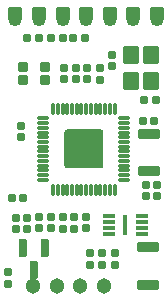
<source format=gbr>
G04 #@! TF.GenerationSoftware,KiCad,Pcbnew,(6.0.7-1)-1*
G04 #@! TF.CreationDate,2023-04-07T16:35:06+08:00*
G04 #@! TF.ProjectId,picofly,7069636f-666c-4792-9e6b-696361645f70,REV1*
G04 #@! TF.SameCoordinates,Original*
G04 #@! TF.FileFunction,Soldermask,Top*
G04 #@! TF.FilePolarity,Negative*
%FSLAX46Y46*%
G04 Gerber Fmt 4.6, Leading zero omitted, Abs format (unit mm)*
G04 Created by KiCad (PCBNEW (6.0.7-1)-1) date 2023-04-07 16:35:06*
%MOMM*%
%LPD*%
G01*
G04 APERTURE LIST*
G04 Aperture macros list*
%AMRoundRect*
0 Rectangle with rounded corners*
0 $1 Rounding radius*
0 $2 $3 $4 $5 $6 $7 $8 $9 X,Y pos of 4 corners*
0 Add a 4 corners polygon primitive as box body*
4,1,4,$2,$3,$4,$5,$6,$7,$8,$9,$2,$3,0*
0 Add four circle primitives for the rounded corners*
1,1,$1+$1,$2,$3*
1,1,$1+$1,$4,$5*
1,1,$1+$1,$6,$7*
1,1,$1+$1,$8,$9*
0 Add four rect primitives between the rounded corners*
20,1,$1+$1,$2,$3,$4,$5,0*
20,1,$1+$1,$4,$5,$6,$7,0*
20,1,$1+$1,$6,$7,$8,$9,0*
20,1,$1+$1,$8,$9,$2,$3,0*%
G04 Aperture macros list end*
%ADD10RoundRect,0.251000X-0.700000X-0.200000X0.700000X-0.200000X0.700000X0.200000X-0.700000X0.200000X0*%
%ADD11RoundRect,0.051000X0.600000X-0.700000X0.600000X0.700000X-0.600000X0.700000X-0.600000X-0.700000X0*%
%ADD12RoundRect,0.191000X0.170000X-0.140000X0.170000X0.140000X-0.170000X0.140000X-0.170000X-0.140000X0*%
%ADD13RoundRect,0.191000X-0.140000X-0.170000X0.140000X-0.170000X0.140000X0.170000X-0.140000X0.170000X0*%
%ADD14RoundRect,0.186000X0.185000X-0.135000X0.185000X0.135000X-0.185000X0.135000X-0.185000X-0.135000X0*%
%ADD15RoundRect,0.191000X0.140000X0.170000X-0.140000X0.170000X-0.140000X-0.170000X0.140000X-0.170000X0*%
%ADD16RoundRect,0.186000X0.135000X0.185000X-0.135000X0.185000X-0.135000X-0.185000X0.135000X-0.185000X0*%
%ADD17RoundRect,0.191000X-0.170000X0.140000X-0.170000X-0.140000X0.170000X-0.140000X0.170000X0.140000X0*%
%ADD18RoundRect,0.186000X-0.185000X0.135000X-0.185000X-0.135000X0.185000X-0.135000X0.185000X0.135000X0*%
%ADD19RoundRect,0.051000X-0.350000X-0.350000X0.350000X-0.350000X0.350000X0.350000X-0.350000X0.350000X0*%
%ADD20O,1.102000X1.102000*%
%ADD21RoundRect,0.051000X-0.500000X0.550000X-0.500000X-0.550000X0.500000X-0.550000X0.500000X0.550000X0*%
%ADD22RoundRect,0.051000X0.450000X0.150000X-0.450000X0.150000X-0.450000X-0.150000X0.450000X-0.150000X0*%
%ADD23RoundRect,0.051000X-0.125000X0.825000X-0.125000X-0.825000X0.125000X-0.825000X0.125000X0.825000X0*%
%ADD24RoundRect,0.201000X-0.150000X0.587500X-0.150000X-0.587500X0.150000X-0.587500X0.150000X0.587500X0*%
%ADD25RoundRect,0.101000X0.387500X0.050000X-0.387500X0.050000X-0.387500X-0.050000X0.387500X-0.050000X0*%
%ADD26RoundRect,0.101000X0.050000X0.387500X-0.050000X0.387500X-0.050000X-0.387500X0.050000X-0.387500X0*%
%ADD27RoundRect,0.195000X1.456000X1.456000X-1.456000X1.456000X-1.456000X-1.456000X1.456000X-1.456000X0*%
%ADD28C,1.302000*%
G04 APERTURE END LIST*
D10*
X112776000Y-86284000D03*
X112776000Y-89484000D03*
X112700000Y-95900000D03*
X112700000Y-99100000D03*
D11*
X112950000Y-81800000D03*
X112950000Y-79600000D03*
X111250000Y-79600000D03*
X111250000Y-81800000D03*
D12*
X102000000Y-86580000D03*
X102000000Y-85620000D03*
D13*
X112296000Y-85200000D03*
X113256000Y-85200000D03*
D14*
X108700000Y-81710000D03*
X108700000Y-80690000D03*
D12*
X100900000Y-98980000D03*
X100900000Y-98020000D03*
D15*
X102480000Y-94400000D03*
X101520000Y-94400000D03*
D16*
X105510000Y-78200000D03*
X104490000Y-78200000D03*
D17*
X104500000Y-93360000D03*
X104500000Y-94320000D03*
D18*
X109900000Y-96390000D03*
X109900000Y-97410000D03*
D12*
X106600000Y-81680000D03*
X106600000Y-80720000D03*
D13*
X112520000Y-91600000D03*
X113480000Y-91600000D03*
D17*
X107800000Y-96430000D03*
X107800000Y-97390000D03*
X109700000Y-79620000D03*
X109700000Y-80580000D03*
D12*
X107600000Y-81680000D03*
X107600000Y-80720000D03*
D16*
X103510000Y-78200000D03*
X102490000Y-78200000D03*
D19*
X104015000Y-81750000D03*
X104015000Y-80650000D03*
X102185000Y-80650000D03*
X102185000Y-81750000D03*
D14*
X105500000Y-94350000D03*
X105500000Y-93330000D03*
D12*
X105600000Y-81680000D03*
X105600000Y-80720000D03*
D18*
X108800000Y-96400000D03*
X108800000Y-97420000D03*
D20*
X101500000Y-76700000D03*
D21*
X101500000Y-76150000D03*
X103500000Y-76150000D03*
D20*
X103500000Y-76700000D03*
D21*
X105500000Y-76150000D03*
D20*
X105500000Y-76700000D03*
D21*
X107500000Y-76150000D03*
D20*
X107500000Y-76700000D03*
D21*
X109500000Y-76150000D03*
D20*
X109500000Y-76700000D03*
X111500000Y-76700000D03*
D21*
X111500000Y-76150000D03*
D20*
X113500000Y-76700000D03*
D21*
X113500000Y-76150000D03*
D13*
X112420000Y-83400000D03*
X113380000Y-83400000D03*
D22*
X112200000Y-94750000D03*
X112200000Y-94250000D03*
X112200000Y-93750000D03*
X112200000Y-93250000D03*
X109400000Y-93250000D03*
X109400000Y-93750000D03*
X109400000Y-94250000D03*
X109400000Y-94750000D03*
D23*
X110800000Y-94000000D03*
D17*
X107500000Y-93360000D03*
X107500000Y-94320000D03*
D24*
X104050000Y-95962500D03*
X102150000Y-95962500D03*
X103100000Y-97837500D03*
D17*
X103500000Y-93360000D03*
X103500000Y-94320000D03*
D25*
X110737500Y-90200000D03*
X110737500Y-89800000D03*
X110737500Y-89400000D03*
X110737500Y-89000000D03*
X110737500Y-88600000D03*
X110737500Y-88200000D03*
X110737500Y-87800000D03*
X110737500Y-87400000D03*
X110737500Y-87000000D03*
X110737500Y-86600000D03*
X110737500Y-86200000D03*
X110737500Y-85800000D03*
X110737500Y-85400000D03*
X110737500Y-85000000D03*
D26*
X109900000Y-84162500D03*
X109500000Y-84162500D03*
X109100000Y-84162500D03*
X108700000Y-84162500D03*
X108300000Y-84162500D03*
X107900000Y-84162500D03*
X107500000Y-84162500D03*
X107100000Y-84162500D03*
X106700000Y-84162500D03*
X106300000Y-84162500D03*
X105900000Y-84162500D03*
X105500000Y-84162500D03*
X105100000Y-84162500D03*
X104700000Y-84162500D03*
D25*
X103862500Y-85000000D03*
X103862500Y-85400000D03*
X103862500Y-85800000D03*
X103862500Y-86200000D03*
X103862500Y-86600000D03*
X103862500Y-87000000D03*
X103862500Y-87400000D03*
X103862500Y-87800000D03*
X103862500Y-88200000D03*
X103862500Y-88600000D03*
X103862500Y-89000000D03*
X103862500Y-89400000D03*
X103862500Y-89800000D03*
X103862500Y-90200000D03*
D26*
X104700000Y-91037500D03*
X105100000Y-91037500D03*
X105500000Y-91037500D03*
X105900000Y-91037500D03*
X106300000Y-91037500D03*
X106700000Y-91037500D03*
X107100000Y-91037500D03*
X107500000Y-91037500D03*
X107900000Y-91037500D03*
X108300000Y-91037500D03*
X108700000Y-91037500D03*
X109100000Y-91037500D03*
X109500000Y-91037500D03*
X109900000Y-91037500D03*
D27*
X107300000Y-87600000D03*
D16*
X107410000Y-78200000D03*
X106390000Y-78200000D03*
D15*
X102180000Y-91700000D03*
X101220000Y-91700000D03*
D28*
X103000000Y-99200000D03*
X105000000Y-99200000D03*
X107000000Y-99200000D03*
X109000000Y-99200000D03*
D13*
X112520000Y-90600000D03*
X113480000Y-90600000D03*
D14*
X106500000Y-94350000D03*
X106500000Y-93330000D03*
D15*
X102480000Y-93400000D03*
X101520000Y-93400000D03*
M02*

</source>
